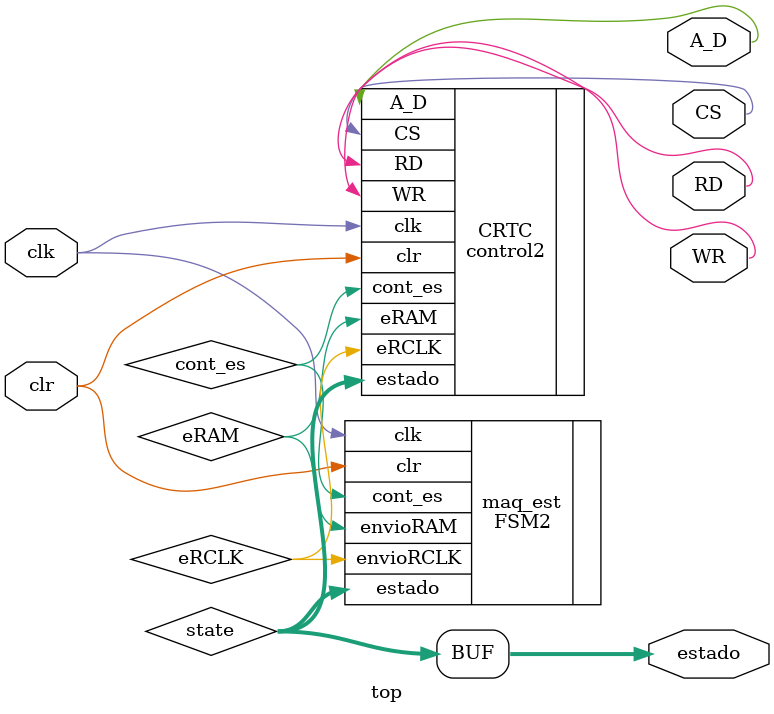
<source format=v>
`timescale 1ns / 1ps


module top(
    input clk,
    input clr,
    output WR,RD,CS,A_D,
    output [4:0] estado
      
    );
    
    wire [4:0] state;
    wire eRAM,eRCLK,cont_es;
     
     FSM2 maq_est(
         .clk(clk),
         .clr(clr),
         .envioRAM(eRAM),
         .envioRCLK(eRCLK),
         .estado(state),
         .cont_es(cont_es)
         );
         
     
    control2 CRTC(
        .clk(clk),
        .clr(clr),
        .eRAM(eRAM),
        .eRCLK(eRCLK),
        .estado(state),
        .cont_es(cont_es),
        .WR(WR),
        .RD(RD),
        .CS(CS),
        .A_D(A_D)
        );
        
        assign estado=state;
endmodule

</source>
